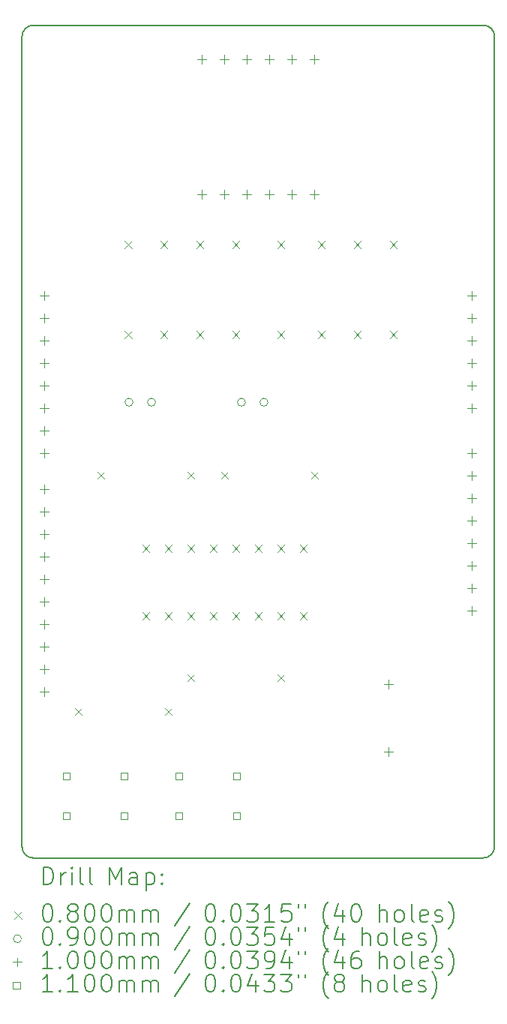
<source format=gbr>
%TF.GenerationSoftware,KiCad,Pcbnew,(7.0.0-0)*%
%TF.CreationDate,2023-04-13T00:16:08-06:00*%
%TF.ProjectId,Phase A - PCB,50686173-6520-4412-902d-205043422e6b,rev?*%
%TF.SameCoordinates,Original*%
%TF.FileFunction,Drillmap*%
%TF.FilePolarity,Positive*%
%FSLAX45Y45*%
G04 Gerber Fmt 4.5, Leading zero omitted, Abs format (unit mm)*
G04 Created by KiCad (PCBNEW (7.0.0-0)) date 2023-04-13 00:16:08*
%MOMM*%
%LPD*%
G01*
G04 APERTURE LIST*
%ADD10C,0.150000*%
%ADD11C,0.200000*%
%ADD12C,0.080000*%
%ADD13C,0.090000*%
%ADD14C,0.100000*%
%ADD15C,0.110000*%
G04 APERTURE END LIST*
D10*
X12214500Y-11961500D02*
G75*
G03*
X12341500Y-12088500I127000J0D01*
G01*
X12214500Y-11961500D02*
X12214500Y-2817500D01*
X17421500Y-12088500D02*
X12341500Y-12088500D01*
X17548500Y-2817500D02*
X17548500Y-11961500D01*
X12341500Y-2690500D02*
X17421500Y-2690500D01*
X12341500Y-2690500D02*
G75*
G03*
X12214500Y-2817500I0J-127000D01*
G01*
X17548500Y-2817500D02*
G75*
G03*
X17421500Y-2690500I-127000J0D01*
G01*
X17421500Y-12088500D02*
G75*
G03*
X17548500Y-11961500I0J127000D01*
G01*
D11*
D12*
X12809500Y-10397500D02*
X12889500Y-10477500D01*
X12889500Y-10397500D02*
X12809500Y-10477500D01*
X13063500Y-7730500D02*
X13143500Y-7810500D01*
X13143500Y-7730500D02*
X13063500Y-7810500D01*
X13372500Y-5127000D02*
X13452500Y-5207000D01*
X13452500Y-5127000D02*
X13372500Y-5207000D01*
X13372500Y-6143000D02*
X13452500Y-6223000D01*
X13452500Y-6143000D02*
X13372500Y-6223000D01*
X13570500Y-8555000D02*
X13650500Y-8635000D01*
X13650500Y-8555000D02*
X13570500Y-8635000D01*
X13570500Y-9317000D02*
X13650500Y-9397000D01*
X13650500Y-9317000D02*
X13570500Y-9397000D01*
X13777500Y-5127000D02*
X13857500Y-5207000D01*
X13857500Y-5127000D02*
X13777500Y-5207000D01*
X13777500Y-6143000D02*
X13857500Y-6223000D01*
X13857500Y-6143000D02*
X13777500Y-6223000D01*
X13824500Y-8555000D02*
X13904500Y-8635000D01*
X13904500Y-8555000D02*
X13824500Y-8635000D01*
X13824500Y-9317000D02*
X13904500Y-9397000D01*
X13904500Y-9317000D02*
X13824500Y-9397000D01*
X13825500Y-10397500D02*
X13905500Y-10477500D01*
X13905500Y-10397500D02*
X13825500Y-10477500D01*
X14078500Y-8555000D02*
X14158500Y-8635000D01*
X14158500Y-8555000D02*
X14078500Y-8635000D01*
X14078500Y-9317000D02*
X14158500Y-9397000D01*
X14158500Y-9317000D02*
X14078500Y-9397000D01*
X14079500Y-7730500D02*
X14159500Y-7810500D01*
X14159500Y-7730500D02*
X14079500Y-7810500D01*
X14079500Y-10016500D02*
X14159500Y-10096500D01*
X14159500Y-10016500D02*
X14079500Y-10096500D01*
X14182500Y-5127000D02*
X14262500Y-5207000D01*
X14262500Y-5127000D02*
X14182500Y-5207000D01*
X14182500Y-6143000D02*
X14262500Y-6223000D01*
X14262500Y-6143000D02*
X14182500Y-6223000D01*
X14332500Y-8555000D02*
X14412500Y-8635000D01*
X14412500Y-8555000D02*
X14332500Y-8635000D01*
X14332500Y-9317000D02*
X14412500Y-9397000D01*
X14412500Y-9317000D02*
X14332500Y-9397000D01*
X14460500Y-7730500D02*
X14540500Y-7810500D01*
X14540500Y-7730500D02*
X14460500Y-7810500D01*
X14586500Y-8555000D02*
X14666500Y-8635000D01*
X14666500Y-8555000D02*
X14586500Y-8635000D01*
X14586500Y-9317000D02*
X14666500Y-9397000D01*
X14666500Y-9317000D02*
X14586500Y-9397000D01*
X14587500Y-5127000D02*
X14667500Y-5207000D01*
X14667500Y-5127000D02*
X14587500Y-5207000D01*
X14587500Y-6143000D02*
X14667500Y-6223000D01*
X14667500Y-6143000D02*
X14587500Y-6223000D01*
X14840500Y-8555000D02*
X14920500Y-8635000D01*
X14920500Y-8555000D02*
X14840500Y-8635000D01*
X14840500Y-9317000D02*
X14920500Y-9397000D01*
X14920500Y-9317000D02*
X14840500Y-9397000D01*
X15094500Y-8555000D02*
X15174500Y-8635000D01*
X15174500Y-8555000D02*
X15094500Y-8635000D01*
X15094500Y-9317000D02*
X15174500Y-9397000D01*
X15174500Y-9317000D02*
X15094500Y-9397000D01*
X15095500Y-5127000D02*
X15175500Y-5207000D01*
X15175500Y-5127000D02*
X15095500Y-5207000D01*
X15095500Y-6143000D02*
X15175500Y-6223000D01*
X15175500Y-6143000D02*
X15095500Y-6223000D01*
X15095500Y-10016500D02*
X15175500Y-10096500D01*
X15175500Y-10016500D02*
X15095500Y-10096500D01*
X15348500Y-8555000D02*
X15428500Y-8635000D01*
X15428500Y-8555000D02*
X15348500Y-8635000D01*
X15348500Y-9317000D02*
X15428500Y-9397000D01*
X15428500Y-9317000D02*
X15348500Y-9397000D01*
X15476500Y-7730500D02*
X15556500Y-7810500D01*
X15556500Y-7730500D02*
X15476500Y-7810500D01*
X15555500Y-5127000D02*
X15635500Y-5207000D01*
X15635500Y-5127000D02*
X15555500Y-5207000D01*
X15555500Y-6143000D02*
X15635500Y-6223000D01*
X15635500Y-6143000D02*
X15555500Y-6223000D01*
X15960500Y-5127000D02*
X16040500Y-5207000D01*
X16040500Y-5127000D02*
X15960500Y-5207000D01*
X15960500Y-6143000D02*
X16040500Y-6223000D01*
X16040500Y-6143000D02*
X15960500Y-6223000D01*
X16365500Y-5127000D02*
X16445500Y-5207000D01*
X16445500Y-5127000D02*
X16365500Y-5207000D01*
X16365500Y-6143000D02*
X16445500Y-6223000D01*
X16445500Y-6143000D02*
X16365500Y-6223000D01*
D13*
X13466500Y-6945000D02*
G75*
G03*
X13466500Y-6945000I-45000J0D01*
G01*
X13720500Y-6945000D02*
G75*
G03*
X13720500Y-6945000I-45000J0D01*
G01*
X14736000Y-6945000D02*
G75*
G03*
X14736000Y-6945000I-45000J0D01*
G01*
X14990000Y-6945000D02*
G75*
G03*
X14990000Y-6945000I-45000J0D01*
G01*
D14*
X12468500Y-5688500D02*
X12468500Y-5788500D01*
X12418500Y-5738500D02*
X12518500Y-5738500D01*
X12468500Y-5942500D02*
X12468500Y-6042500D01*
X12418500Y-5992500D02*
X12518500Y-5992500D01*
X12468500Y-6196500D02*
X12468500Y-6296500D01*
X12418500Y-6246500D02*
X12518500Y-6246500D01*
X12468500Y-6450500D02*
X12468500Y-6550500D01*
X12418500Y-6500500D02*
X12518500Y-6500500D01*
X12468500Y-6704500D02*
X12468500Y-6804500D01*
X12418500Y-6754500D02*
X12518500Y-6754500D01*
X12468500Y-6958500D02*
X12468500Y-7058500D01*
X12418500Y-7008500D02*
X12518500Y-7008500D01*
X12468500Y-7212500D02*
X12468500Y-7312500D01*
X12418500Y-7262500D02*
X12518500Y-7262500D01*
X12468500Y-7466500D02*
X12468500Y-7566500D01*
X12418500Y-7516500D02*
X12518500Y-7516500D01*
X12468500Y-7872900D02*
X12468500Y-7972900D01*
X12418500Y-7922900D02*
X12518500Y-7922900D01*
X12468500Y-8126900D02*
X12468500Y-8226900D01*
X12418500Y-8176900D02*
X12518500Y-8176900D01*
X12468500Y-8380900D02*
X12468500Y-8480900D01*
X12418500Y-8430900D02*
X12518500Y-8430900D01*
X12468500Y-8634900D02*
X12468500Y-8734900D01*
X12418500Y-8684900D02*
X12518500Y-8684900D01*
X12468500Y-8888900D02*
X12468500Y-8988900D01*
X12418500Y-8938900D02*
X12518500Y-8938900D01*
X12468500Y-9142900D02*
X12468500Y-9242900D01*
X12418500Y-9192900D02*
X12518500Y-9192900D01*
X12468500Y-9396900D02*
X12468500Y-9496900D01*
X12418500Y-9446900D02*
X12518500Y-9446900D01*
X12468500Y-9650900D02*
X12468500Y-9750900D01*
X12418500Y-9700900D02*
X12518500Y-9700900D01*
X12468500Y-9904900D02*
X12468500Y-10004900D01*
X12418500Y-9954900D02*
X12518500Y-9954900D01*
X12468500Y-10158900D02*
X12468500Y-10258900D01*
X12418500Y-10208900D02*
X12518500Y-10208900D01*
X14246500Y-3021500D02*
X14246500Y-3121500D01*
X14196500Y-3071500D02*
X14296500Y-3071500D01*
X14246500Y-4545500D02*
X14246500Y-4645500D01*
X14196500Y-4595500D02*
X14296500Y-4595500D01*
X14500500Y-3021500D02*
X14500500Y-3121500D01*
X14450500Y-3071500D02*
X14550500Y-3071500D01*
X14500500Y-4545500D02*
X14500500Y-4645500D01*
X14450500Y-4595500D02*
X14550500Y-4595500D01*
X14754500Y-3021500D02*
X14754500Y-3121500D01*
X14704500Y-3071500D02*
X14804500Y-3071500D01*
X14754500Y-4545500D02*
X14754500Y-4645500D01*
X14704500Y-4595500D02*
X14804500Y-4595500D01*
X15008500Y-3021500D02*
X15008500Y-3121500D01*
X14958500Y-3071500D02*
X15058500Y-3071500D01*
X15008500Y-4545500D02*
X15008500Y-4645500D01*
X14958500Y-4595500D02*
X15058500Y-4595500D01*
X15262500Y-3021500D02*
X15262500Y-3121500D01*
X15212500Y-3071500D02*
X15312500Y-3071500D01*
X15262500Y-4545500D02*
X15262500Y-4645500D01*
X15212500Y-4595500D02*
X15312500Y-4595500D01*
X15516500Y-3021500D02*
X15516500Y-3121500D01*
X15466500Y-3071500D02*
X15566500Y-3071500D01*
X15516500Y-4545500D02*
X15516500Y-4645500D01*
X15466500Y-4595500D02*
X15566500Y-4595500D01*
X16350000Y-10078000D02*
X16350000Y-10178000D01*
X16300000Y-10128000D02*
X16400000Y-10128000D01*
X16350000Y-10838000D02*
X16350000Y-10938000D01*
X16300000Y-10888000D02*
X16400000Y-10888000D01*
X17294500Y-5688500D02*
X17294500Y-5788500D01*
X17244500Y-5738500D02*
X17344500Y-5738500D01*
X17294500Y-5942500D02*
X17294500Y-6042500D01*
X17244500Y-5992500D02*
X17344500Y-5992500D01*
X17294500Y-6196500D02*
X17294500Y-6296500D01*
X17244500Y-6246500D02*
X17344500Y-6246500D01*
X17294500Y-6450500D02*
X17294500Y-6550500D01*
X17244500Y-6500500D02*
X17344500Y-6500500D01*
X17294500Y-6704500D02*
X17294500Y-6804500D01*
X17244500Y-6754500D02*
X17344500Y-6754500D01*
X17294500Y-6958500D02*
X17294500Y-7058500D01*
X17244500Y-7008500D02*
X17344500Y-7008500D01*
X17294500Y-7466500D02*
X17294500Y-7566500D01*
X17244500Y-7516500D02*
X17344500Y-7516500D01*
X17294500Y-7720500D02*
X17294500Y-7820500D01*
X17244500Y-7770500D02*
X17344500Y-7770500D01*
X17294500Y-7974500D02*
X17294500Y-8074500D01*
X17244500Y-8024500D02*
X17344500Y-8024500D01*
X17294500Y-8228500D02*
X17294500Y-8328500D01*
X17244500Y-8278500D02*
X17344500Y-8278500D01*
X17294500Y-8482500D02*
X17294500Y-8582500D01*
X17244500Y-8532500D02*
X17344500Y-8532500D01*
X17294500Y-8736500D02*
X17294500Y-8836500D01*
X17244500Y-8786500D02*
X17344500Y-8786500D01*
X17294500Y-8990500D02*
X17294500Y-9090500D01*
X17244500Y-9040500D02*
X17344500Y-9040500D01*
X17294500Y-9244500D02*
X17294500Y-9344500D01*
X17244500Y-9294500D02*
X17344500Y-9294500D01*
D15*
X12753891Y-11203891D02*
X12753891Y-11126109D01*
X12676109Y-11126109D01*
X12676109Y-11203891D01*
X12753891Y-11203891D01*
X12753891Y-11653891D02*
X12753891Y-11576109D01*
X12676109Y-11576109D01*
X12676109Y-11653891D01*
X12753891Y-11653891D01*
X13403891Y-11203891D02*
X13403891Y-11126109D01*
X13326109Y-11126109D01*
X13326109Y-11203891D01*
X13403891Y-11203891D01*
X13403891Y-11653891D02*
X13403891Y-11576109D01*
X13326109Y-11576109D01*
X13326109Y-11653891D01*
X13403891Y-11653891D01*
X14023891Y-11203891D02*
X14023891Y-11126109D01*
X13946109Y-11126109D01*
X13946109Y-11203891D01*
X14023891Y-11203891D01*
X14023891Y-11653891D02*
X14023891Y-11576109D01*
X13946109Y-11576109D01*
X13946109Y-11653891D01*
X14023891Y-11653891D01*
X14673891Y-11203891D02*
X14673891Y-11126109D01*
X14596109Y-11126109D01*
X14596109Y-11203891D01*
X14673891Y-11203891D01*
X14673891Y-11653891D02*
X14673891Y-11576109D01*
X14596109Y-11576109D01*
X14596109Y-11653891D01*
X14673891Y-11653891D01*
D11*
X12454619Y-12389476D02*
X12454619Y-12189476D01*
X12454619Y-12189476D02*
X12502238Y-12189476D01*
X12502238Y-12189476D02*
X12530809Y-12199000D01*
X12530809Y-12199000D02*
X12549857Y-12218048D01*
X12549857Y-12218048D02*
X12559381Y-12237095D01*
X12559381Y-12237095D02*
X12568905Y-12275190D01*
X12568905Y-12275190D02*
X12568905Y-12303762D01*
X12568905Y-12303762D02*
X12559381Y-12341857D01*
X12559381Y-12341857D02*
X12549857Y-12360905D01*
X12549857Y-12360905D02*
X12530809Y-12379952D01*
X12530809Y-12379952D02*
X12502238Y-12389476D01*
X12502238Y-12389476D02*
X12454619Y-12389476D01*
X12654619Y-12389476D02*
X12654619Y-12256143D01*
X12654619Y-12294238D02*
X12664143Y-12275190D01*
X12664143Y-12275190D02*
X12673667Y-12265667D01*
X12673667Y-12265667D02*
X12692714Y-12256143D01*
X12692714Y-12256143D02*
X12711762Y-12256143D01*
X12778428Y-12389476D02*
X12778428Y-12256143D01*
X12778428Y-12189476D02*
X12768905Y-12199000D01*
X12768905Y-12199000D02*
X12778428Y-12208524D01*
X12778428Y-12208524D02*
X12787952Y-12199000D01*
X12787952Y-12199000D02*
X12778428Y-12189476D01*
X12778428Y-12189476D02*
X12778428Y-12208524D01*
X12902238Y-12389476D02*
X12883190Y-12379952D01*
X12883190Y-12379952D02*
X12873667Y-12360905D01*
X12873667Y-12360905D02*
X12873667Y-12189476D01*
X13007000Y-12389476D02*
X12987952Y-12379952D01*
X12987952Y-12379952D02*
X12978428Y-12360905D01*
X12978428Y-12360905D02*
X12978428Y-12189476D01*
X13203190Y-12389476D02*
X13203190Y-12189476D01*
X13203190Y-12189476D02*
X13269857Y-12332333D01*
X13269857Y-12332333D02*
X13336524Y-12189476D01*
X13336524Y-12189476D02*
X13336524Y-12389476D01*
X13517476Y-12389476D02*
X13517476Y-12284714D01*
X13517476Y-12284714D02*
X13507952Y-12265667D01*
X13507952Y-12265667D02*
X13488905Y-12256143D01*
X13488905Y-12256143D02*
X13450809Y-12256143D01*
X13450809Y-12256143D02*
X13431762Y-12265667D01*
X13517476Y-12379952D02*
X13498428Y-12389476D01*
X13498428Y-12389476D02*
X13450809Y-12389476D01*
X13450809Y-12389476D02*
X13431762Y-12379952D01*
X13431762Y-12379952D02*
X13422238Y-12360905D01*
X13422238Y-12360905D02*
X13422238Y-12341857D01*
X13422238Y-12341857D02*
X13431762Y-12322809D01*
X13431762Y-12322809D02*
X13450809Y-12313286D01*
X13450809Y-12313286D02*
X13498428Y-12313286D01*
X13498428Y-12313286D02*
X13517476Y-12303762D01*
X13612714Y-12256143D02*
X13612714Y-12456143D01*
X13612714Y-12265667D02*
X13631762Y-12256143D01*
X13631762Y-12256143D02*
X13669857Y-12256143D01*
X13669857Y-12256143D02*
X13688905Y-12265667D01*
X13688905Y-12265667D02*
X13698428Y-12275190D01*
X13698428Y-12275190D02*
X13707952Y-12294238D01*
X13707952Y-12294238D02*
X13707952Y-12351381D01*
X13707952Y-12351381D02*
X13698428Y-12370428D01*
X13698428Y-12370428D02*
X13688905Y-12379952D01*
X13688905Y-12379952D02*
X13669857Y-12389476D01*
X13669857Y-12389476D02*
X13631762Y-12389476D01*
X13631762Y-12389476D02*
X13612714Y-12379952D01*
X13793667Y-12370428D02*
X13803190Y-12379952D01*
X13803190Y-12379952D02*
X13793667Y-12389476D01*
X13793667Y-12389476D02*
X13784143Y-12379952D01*
X13784143Y-12379952D02*
X13793667Y-12370428D01*
X13793667Y-12370428D02*
X13793667Y-12389476D01*
X13793667Y-12265667D02*
X13803190Y-12275190D01*
X13803190Y-12275190D02*
X13793667Y-12284714D01*
X13793667Y-12284714D02*
X13784143Y-12275190D01*
X13784143Y-12275190D02*
X13793667Y-12265667D01*
X13793667Y-12265667D02*
X13793667Y-12284714D01*
D12*
X12127000Y-12696000D02*
X12207000Y-12776000D01*
X12207000Y-12696000D02*
X12127000Y-12776000D01*
D11*
X12492714Y-12609476D02*
X12511762Y-12609476D01*
X12511762Y-12609476D02*
X12530809Y-12619000D01*
X12530809Y-12619000D02*
X12540333Y-12628524D01*
X12540333Y-12628524D02*
X12549857Y-12647571D01*
X12549857Y-12647571D02*
X12559381Y-12685667D01*
X12559381Y-12685667D02*
X12559381Y-12733286D01*
X12559381Y-12733286D02*
X12549857Y-12771381D01*
X12549857Y-12771381D02*
X12540333Y-12790428D01*
X12540333Y-12790428D02*
X12530809Y-12799952D01*
X12530809Y-12799952D02*
X12511762Y-12809476D01*
X12511762Y-12809476D02*
X12492714Y-12809476D01*
X12492714Y-12809476D02*
X12473667Y-12799952D01*
X12473667Y-12799952D02*
X12464143Y-12790428D01*
X12464143Y-12790428D02*
X12454619Y-12771381D01*
X12454619Y-12771381D02*
X12445095Y-12733286D01*
X12445095Y-12733286D02*
X12445095Y-12685667D01*
X12445095Y-12685667D02*
X12454619Y-12647571D01*
X12454619Y-12647571D02*
X12464143Y-12628524D01*
X12464143Y-12628524D02*
X12473667Y-12619000D01*
X12473667Y-12619000D02*
X12492714Y-12609476D01*
X12645095Y-12790428D02*
X12654619Y-12799952D01*
X12654619Y-12799952D02*
X12645095Y-12809476D01*
X12645095Y-12809476D02*
X12635571Y-12799952D01*
X12635571Y-12799952D02*
X12645095Y-12790428D01*
X12645095Y-12790428D02*
X12645095Y-12809476D01*
X12768905Y-12695190D02*
X12749857Y-12685667D01*
X12749857Y-12685667D02*
X12740333Y-12676143D01*
X12740333Y-12676143D02*
X12730809Y-12657095D01*
X12730809Y-12657095D02*
X12730809Y-12647571D01*
X12730809Y-12647571D02*
X12740333Y-12628524D01*
X12740333Y-12628524D02*
X12749857Y-12619000D01*
X12749857Y-12619000D02*
X12768905Y-12609476D01*
X12768905Y-12609476D02*
X12807000Y-12609476D01*
X12807000Y-12609476D02*
X12826048Y-12619000D01*
X12826048Y-12619000D02*
X12835571Y-12628524D01*
X12835571Y-12628524D02*
X12845095Y-12647571D01*
X12845095Y-12647571D02*
X12845095Y-12657095D01*
X12845095Y-12657095D02*
X12835571Y-12676143D01*
X12835571Y-12676143D02*
X12826048Y-12685667D01*
X12826048Y-12685667D02*
X12807000Y-12695190D01*
X12807000Y-12695190D02*
X12768905Y-12695190D01*
X12768905Y-12695190D02*
X12749857Y-12704714D01*
X12749857Y-12704714D02*
X12740333Y-12714238D01*
X12740333Y-12714238D02*
X12730809Y-12733286D01*
X12730809Y-12733286D02*
X12730809Y-12771381D01*
X12730809Y-12771381D02*
X12740333Y-12790428D01*
X12740333Y-12790428D02*
X12749857Y-12799952D01*
X12749857Y-12799952D02*
X12768905Y-12809476D01*
X12768905Y-12809476D02*
X12807000Y-12809476D01*
X12807000Y-12809476D02*
X12826048Y-12799952D01*
X12826048Y-12799952D02*
X12835571Y-12790428D01*
X12835571Y-12790428D02*
X12845095Y-12771381D01*
X12845095Y-12771381D02*
X12845095Y-12733286D01*
X12845095Y-12733286D02*
X12835571Y-12714238D01*
X12835571Y-12714238D02*
X12826048Y-12704714D01*
X12826048Y-12704714D02*
X12807000Y-12695190D01*
X12968905Y-12609476D02*
X12987952Y-12609476D01*
X12987952Y-12609476D02*
X13007000Y-12619000D01*
X13007000Y-12619000D02*
X13016524Y-12628524D01*
X13016524Y-12628524D02*
X13026048Y-12647571D01*
X13026048Y-12647571D02*
X13035571Y-12685667D01*
X13035571Y-12685667D02*
X13035571Y-12733286D01*
X13035571Y-12733286D02*
X13026048Y-12771381D01*
X13026048Y-12771381D02*
X13016524Y-12790428D01*
X13016524Y-12790428D02*
X13007000Y-12799952D01*
X13007000Y-12799952D02*
X12987952Y-12809476D01*
X12987952Y-12809476D02*
X12968905Y-12809476D01*
X12968905Y-12809476D02*
X12949857Y-12799952D01*
X12949857Y-12799952D02*
X12940333Y-12790428D01*
X12940333Y-12790428D02*
X12930809Y-12771381D01*
X12930809Y-12771381D02*
X12921286Y-12733286D01*
X12921286Y-12733286D02*
X12921286Y-12685667D01*
X12921286Y-12685667D02*
X12930809Y-12647571D01*
X12930809Y-12647571D02*
X12940333Y-12628524D01*
X12940333Y-12628524D02*
X12949857Y-12619000D01*
X12949857Y-12619000D02*
X12968905Y-12609476D01*
X13159381Y-12609476D02*
X13178429Y-12609476D01*
X13178429Y-12609476D02*
X13197476Y-12619000D01*
X13197476Y-12619000D02*
X13207000Y-12628524D01*
X13207000Y-12628524D02*
X13216524Y-12647571D01*
X13216524Y-12647571D02*
X13226048Y-12685667D01*
X13226048Y-12685667D02*
X13226048Y-12733286D01*
X13226048Y-12733286D02*
X13216524Y-12771381D01*
X13216524Y-12771381D02*
X13207000Y-12790428D01*
X13207000Y-12790428D02*
X13197476Y-12799952D01*
X13197476Y-12799952D02*
X13178429Y-12809476D01*
X13178429Y-12809476D02*
X13159381Y-12809476D01*
X13159381Y-12809476D02*
X13140333Y-12799952D01*
X13140333Y-12799952D02*
X13130809Y-12790428D01*
X13130809Y-12790428D02*
X13121286Y-12771381D01*
X13121286Y-12771381D02*
X13111762Y-12733286D01*
X13111762Y-12733286D02*
X13111762Y-12685667D01*
X13111762Y-12685667D02*
X13121286Y-12647571D01*
X13121286Y-12647571D02*
X13130809Y-12628524D01*
X13130809Y-12628524D02*
X13140333Y-12619000D01*
X13140333Y-12619000D02*
X13159381Y-12609476D01*
X13311762Y-12809476D02*
X13311762Y-12676143D01*
X13311762Y-12695190D02*
X13321286Y-12685667D01*
X13321286Y-12685667D02*
X13340333Y-12676143D01*
X13340333Y-12676143D02*
X13368905Y-12676143D01*
X13368905Y-12676143D02*
X13387952Y-12685667D01*
X13387952Y-12685667D02*
X13397476Y-12704714D01*
X13397476Y-12704714D02*
X13397476Y-12809476D01*
X13397476Y-12704714D02*
X13407000Y-12685667D01*
X13407000Y-12685667D02*
X13426048Y-12676143D01*
X13426048Y-12676143D02*
X13454619Y-12676143D01*
X13454619Y-12676143D02*
X13473667Y-12685667D01*
X13473667Y-12685667D02*
X13483190Y-12704714D01*
X13483190Y-12704714D02*
X13483190Y-12809476D01*
X13578429Y-12809476D02*
X13578429Y-12676143D01*
X13578429Y-12695190D02*
X13587952Y-12685667D01*
X13587952Y-12685667D02*
X13607000Y-12676143D01*
X13607000Y-12676143D02*
X13635571Y-12676143D01*
X13635571Y-12676143D02*
X13654619Y-12685667D01*
X13654619Y-12685667D02*
X13664143Y-12704714D01*
X13664143Y-12704714D02*
X13664143Y-12809476D01*
X13664143Y-12704714D02*
X13673667Y-12685667D01*
X13673667Y-12685667D02*
X13692714Y-12676143D01*
X13692714Y-12676143D02*
X13721286Y-12676143D01*
X13721286Y-12676143D02*
X13740333Y-12685667D01*
X13740333Y-12685667D02*
X13749857Y-12704714D01*
X13749857Y-12704714D02*
X13749857Y-12809476D01*
X14107952Y-12599952D02*
X13936524Y-12857095D01*
X14332714Y-12609476D02*
X14351762Y-12609476D01*
X14351762Y-12609476D02*
X14370810Y-12619000D01*
X14370810Y-12619000D02*
X14380333Y-12628524D01*
X14380333Y-12628524D02*
X14389857Y-12647571D01*
X14389857Y-12647571D02*
X14399381Y-12685667D01*
X14399381Y-12685667D02*
X14399381Y-12733286D01*
X14399381Y-12733286D02*
X14389857Y-12771381D01*
X14389857Y-12771381D02*
X14380333Y-12790428D01*
X14380333Y-12790428D02*
X14370810Y-12799952D01*
X14370810Y-12799952D02*
X14351762Y-12809476D01*
X14351762Y-12809476D02*
X14332714Y-12809476D01*
X14332714Y-12809476D02*
X14313667Y-12799952D01*
X14313667Y-12799952D02*
X14304143Y-12790428D01*
X14304143Y-12790428D02*
X14294619Y-12771381D01*
X14294619Y-12771381D02*
X14285095Y-12733286D01*
X14285095Y-12733286D02*
X14285095Y-12685667D01*
X14285095Y-12685667D02*
X14294619Y-12647571D01*
X14294619Y-12647571D02*
X14304143Y-12628524D01*
X14304143Y-12628524D02*
X14313667Y-12619000D01*
X14313667Y-12619000D02*
X14332714Y-12609476D01*
X14485095Y-12790428D02*
X14494619Y-12799952D01*
X14494619Y-12799952D02*
X14485095Y-12809476D01*
X14485095Y-12809476D02*
X14475571Y-12799952D01*
X14475571Y-12799952D02*
X14485095Y-12790428D01*
X14485095Y-12790428D02*
X14485095Y-12809476D01*
X14618429Y-12609476D02*
X14637476Y-12609476D01*
X14637476Y-12609476D02*
X14656524Y-12619000D01*
X14656524Y-12619000D02*
X14666048Y-12628524D01*
X14666048Y-12628524D02*
X14675571Y-12647571D01*
X14675571Y-12647571D02*
X14685095Y-12685667D01*
X14685095Y-12685667D02*
X14685095Y-12733286D01*
X14685095Y-12733286D02*
X14675571Y-12771381D01*
X14675571Y-12771381D02*
X14666048Y-12790428D01*
X14666048Y-12790428D02*
X14656524Y-12799952D01*
X14656524Y-12799952D02*
X14637476Y-12809476D01*
X14637476Y-12809476D02*
X14618429Y-12809476D01*
X14618429Y-12809476D02*
X14599381Y-12799952D01*
X14599381Y-12799952D02*
X14589857Y-12790428D01*
X14589857Y-12790428D02*
X14580333Y-12771381D01*
X14580333Y-12771381D02*
X14570810Y-12733286D01*
X14570810Y-12733286D02*
X14570810Y-12685667D01*
X14570810Y-12685667D02*
X14580333Y-12647571D01*
X14580333Y-12647571D02*
X14589857Y-12628524D01*
X14589857Y-12628524D02*
X14599381Y-12619000D01*
X14599381Y-12619000D02*
X14618429Y-12609476D01*
X14751762Y-12609476D02*
X14875571Y-12609476D01*
X14875571Y-12609476D02*
X14808905Y-12685667D01*
X14808905Y-12685667D02*
X14837476Y-12685667D01*
X14837476Y-12685667D02*
X14856524Y-12695190D01*
X14856524Y-12695190D02*
X14866048Y-12704714D01*
X14866048Y-12704714D02*
X14875571Y-12723762D01*
X14875571Y-12723762D02*
X14875571Y-12771381D01*
X14875571Y-12771381D02*
X14866048Y-12790428D01*
X14866048Y-12790428D02*
X14856524Y-12799952D01*
X14856524Y-12799952D02*
X14837476Y-12809476D01*
X14837476Y-12809476D02*
X14780333Y-12809476D01*
X14780333Y-12809476D02*
X14761286Y-12799952D01*
X14761286Y-12799952D02*
X14751762Y-12790428D01*
X15066048Y-12809476D02*
X14951762Y-12809476D01*
X15008905Y-12809476D02*
X15008905Y-12609476D01*
X15008905Y-12609476D02*
X14989857Y-12638048D01*
X14989857Y-12638048D02*
X14970810Y-12657095D01*
X14970810Y-12657095D02*
X14951762Y-12666619D01*
X15247000Y-12609476D02*
X15151762Y-12609476D01*
X15151762Y-12609476D02*
X15142238Y-12704714D01*
X15142238Y-12704714D02*
X15151762Y-12695190D01*
X15151762Y-12695190D02*
X15170810Y-12685667D01*
X15170810Y-12685667D02*
X15218429Y-12685667D01*
X15218429Y-12685667D02*
X15237476Y-12695190D01*
X15237476Y-12695190D02*
X15247000Y-12704714D01*
X15247000Y-12704714D02*
X15256524Y-12723762D01*
X15256524Y-12723762D02*
X15256524Y-12771381D01*
X15256524Y-12771381D02*
X15247000Y-12790428D01*
X15247000Y-12790428D02*
X15237476Y-12799952D01*
X15237476Y-12799952D02*
X15218429Y-12809476D01*
X15218429Y-12809476D02*
X15170810Y-12809476D01*
X15170810Y-12809476D02*
X15151762Y-12799952D01*
X15151762Y-12799952D02*
X15142238Y-12790428D01*
X15332714Y-12609476D02*
X15332714Y-12647571D01*
X15408905Y-12609476D02*
X15408905Y-12647571D01*
X15671762Y-12885667D02*
X15662238Y-12876143D01*
X15662238Y-12876143D02*
X15643191Y-12847571D01*
X15643191Y-12847571D02*
X15633667Y-12828524D01*
X15633667Y-12828524D02*
X15624143Y-12799952D01*
X15624143Y-12799952D02*
X15614619Y-12752333D01*
X15614619Y-12752333D02*
X15614619Y-12714238D01*
X15614619Y-12714238D02*
X15624143Y-12666619D01*
X15624143Y-12666619D02*
X15633667Y-12638048D01*
X15633667Y-12638048D02*
X15643191Y-12619000D01*
X15643191Y-12619000D02*
X15662238Y-12590428D01*
X15662238Y-12590428D02*
X15671762Y-12580905D01*
X15833667Y-12676143D02*
X15833667Y-12809476D01*
X15786048Y-12599952D02*
X15738429Y-12742809D01*
X15738429Y-12742809D02*
X15862238Y-12742809D01*
X15976524Y-12609476D02*
X15995572Y-12609476D01*
X15995572Y-12609476D02*
X16014619Y-12619000D01*
X16014619Y-12619000D02*
X16024143Y-12628524D01*
X16024143Y-12628524D02*
X16033667Y-12647571D01*
X16033667Y-12647571D02*
X16043191Y-12685667D01*
X16043191Y-12685667D02*
X16043191Y-12733286D01*
X16043191Y-12733286D02*
X16033667Y-12771381D01*
X16033667Y-12771381D02*
X16024143Y-12790428D01*
X16024143Y-12790428D02*
X16014619Y-12799952D01*
X16014619Y-12799952D02*
X15995572Y-12809476D01*
X15995572Y-12809476D02*
X15976524Y-12809476D01*
X15976524Y-12809476D02*
X15957476Y-12799952D01*
X15957476Y-12799952D02*
X15947952Y-12790428D01*
X15947952Y-12790428D02*
X15938429Y-12771381D01*
X15938429Y-12771381D02*
X15928905Y-12733286D01*
X15928905Y-12733286D02*
X15928905Y-12685667D01*
X15928905Y-12685667D02*
X15938429Y-12647571D01*
X15938429Y-12647571D02*
X15947952Y-12628524D01*
X15947952Y-12628524D02*
X15957476Y-12619000D01*
X15957476Y-12619000D02*
X15976524Y-12609476D01*
X16248905Y-12809476D02*
X16248905Y-12609476D01*
X16334619Y-12809476D02*
X16334619Y-12704714D01*
X16334619Y-12704714D02*
X16325095Y-12685667D01*
X16325095Y-12685667D02*
X16306048Y-12676143D01*
X16306048Y-12676143D02*
X16277476Y-12676143D01*
X16277476Y-12676143D02*
X16258429Y-12685667D01*
X16258429Y-12685667D02*
X16248905Y-12695190D01*
X16458429Y-12809476D02*
X16439381Y-12799952D01*
X16439381Y-12799952D02*
X16429857Y-12790428D01*
X16429857Y-12790428D02*
X16420333Y-12771381D01*
X16420333Y-12771381D02*
X16420333Y-12714238D01*
X16420333Y-12714238D02*
X16429857Y-12695190D01*
X16429857Y-12695190D02*
X16439381Y-12685667D01*
X16439381Y-12685667D02*
X16458429Y-12676143D01*
X16458429Y-12676143D02*
X16487000Y-12676143D01*
X16487000Y-12676143D02*
X16506048Y-12685667D01*
X16506048Y-12685667D02*
X16515572Y-12695190D01*
X16515572Y-12695190D02*
X16525095Y-12714238D01*
X16525095Y-12714238D02*
X16525095Y-12771381D01*
X16525095Y-12771381D02*
X16515572Y-12790428D01*
X16515572Y-12790428D02*
X16506048Y-12799952D01*
X16506048Y-12799952D02*
X16487000Y-12809476D01*
X16487000Y-12809476D02*
X16458429Y-12809476D01*
X16639381Y-12809476D02*
X16620333Y-12799952D01*
X16620333Y-12799952D02*
X16610810Y-12780905D01*
X16610810Y-12780905D02*
X16610810Y-12609476D01*
X16791762Y-12799952D02*
X16772714Y-12809476D01*
X16772714Y-12809476D02*
X16734619Y-12809476D01*
X16734619Y-12809476D02*
X16715572Y-12799952D01*
X16715572Y-12799952D02*
X16706048Y-12780905D01*
X16706048Y-12780905D02*
X16706048Y-12704714D01*
X16706048Y-12704714D02*
X16715572Y-12685667D01*
X16715572Y-12685667D02*
X16734619Y-12676143D01*
X16734619Y-12676143D02*
X16772714Y-12676143D01*
X16772714Y-12676143D02*
X16791762Y-12685667D01*
X16791762Y-12685667D02*
X16801286Y-12704714D01*
X16801286Y-12704714D02*
X16801286Y-12723762D01*
X16801286Y-12723762D02*
X16706048Y-12742809D01*
X16877476Y-12799952D02*
X16896524Y-12809476D01*
X16896524Y-12809476D02*
X16934619Y-12809476D01*
X16934619Y-12809476D02*
X16953667Y-12799952D01*
X16953667Y-12799952D02*
X16963191Y-12780905D01*
X16963191Y-12780905D02*
X16963191Y-12771381D01*
X16963191Y-12771381D02*
X16953667Y-12752333D01*
X16953667Y-12752333D02*
X16934619Y-12742809D01*
X16934619Y-12742809D02*
X16906048Y-12742809D01*
X16906048Y-12742809D02*
X16887000Y-12733286D01*
X16887000Y-12733286D02*
X16877476Y-12714238D01*
X16877476Y-12714238D02*
X16877476Y-12704714D01*
X16877476Y-12704714D02*
X16887000Y-12685667D01*
X16887000Y-12685667D02*
X16906048Y-12676143D01*
X16906048Y-12676143D02*
X16934619Y-12676143D01*
X16934619Y-12676143D02*
X16953667Y-12685667D01*
X17029857Y-12885667D02*
X17039381Y-12876143D01*
X17039381Y-12876143D02*
X17058429Y-12847571D01*
X17058429Y-12847571D02*
X17067953Y-12828524D01*
X17067953Y-12828524D02*
X17077476Y-12799952D01*
X17077476Y-12799952D02*
X17087000Y-12752333D01*
X17087000Y-12752333D02*
X17087000Y-12714238D01*
X17087000Y-12714238D02*
X17077476Y-12666619D01*
X17077476Y-12666619D02*
X17067953Y-12638048D01*
X17067953Y-12638048D02*
X17058429Y-12619000D01*
X17058429Y-12619000D02*
X17039381Y-12590428D01*
X17039381Y-12590428D02*
X17029857Y-12580905D01*
D13*
X12207000Y-13000000D02*
G75*
G03*
X12207000Y-13000000I-45000J0D01*
G01*
D11*
X12492714Y-12873476D02*
X12511762Y-12873476D01*
X12511762Y-12873476D02*
X12530809Y-12883000D01*
X12530809Y-12883000D02*
X12540333Y-12892524D01*
X12540333Y-12892524D02*
X12549857Y-12911571D01*
X12549857Y-12911571D02*
X12559381Y-12949667D01*
X12559381Y-12949667D02*
X12559381Y-12997286D01*
X12559381Y-12997286D02*
X12549857Y-13035381D01*
X12549857Y-13035381D02*
X12540333Y-13054428D01*
X12540333Y-13054428D02*
X12530809Y-13063952D01*
X12530809Y-13063952D02*
X12511762Y-13073476D01*
X12511762Y-13073476D02*
X12492714Y-13073476D01*
X12492714Y-13073476D02*
X12473667Y-13063952D01*
X12473667Y-13063952D02*
X12464143Y-13054428D01*
X12464143Y-13054428D02*
X12454619Y-13035381D01*
X12454619Y-13035381D02*
X12445095Y-12997286D01*
X12445095Y-12997286D02*
X12445095Y-12949667D01*
X12445095Y-12949667D02*
X12454619Y-12911571D01*
X12454619Y-12911571D02*
X12464143Y-12892524D01*
X12464143Y-12892524D02*
X12473667Y-12883000D01*
X12473667Y-12883000D02*
X12492714Y-12873476D01*
X12645095Y-13054428D02*
X12654619Y-13063952D01*
X12654619Y-13063952D02*
X12645095Y-13073476D01*
X12645095Y-13073476D02*
X12635571Y-13063952D01*
X12635571Y-13063952D02*
X12645095Y-13054428D01*
X12645095Y-13054428D02*
X12645095Y-13073476D01*
X12749857Y-13073476D02*
X12787952Y-13073476D01*
X12787952Y-13073476D02*
X12807000Y-13063952D01*
X12807000Y-13063952D02*
X12816524Y-13054428D01*
X12816524Y-13054428D02*
X12835571Y-13025857D01*
X12835571Y-13025857D02*
X12845095Y-12987762D01*
X12845095Y-12987762D02*
X12845095Y-12911571D01*
X12845095Y-12911571D02*
X12835571Y-12892524D01*
X12835571Y-12892524D02*
X12826048Y-12883000D01*
X12826048Y-12883000D02*
X12807000Y-12873476D01*
X12807000Y-12873476D02*
X12768905Y-12873476D01*
X12768905Y-12873476D02*
X12749857Y-12883000D01*
X12749857Y-12883000D02*
X12740333Y-12892524D01*
X12740333Y-12892524D02*
X12730809Y-12911571D01*
X12730809Y-12911571D02*
X12730809Y-12959190D01*
X12730809Y-12959190D02*
X12740333Y-12978238D01*
X12740333Y-12978238D02*
X12749857Y-12987762D01*
X12749857Y-12987762D02*
X12768905Y-12997286D01*
X12768905Y-12997286D02*
X12807000Y-12997286D01*
X12807000Y-12997286D02*
X12826048Y-12987762D01*
X12826048Y-12987762D02*
X12835571Y-12978238D01*
X12835571Y-12978238D02*
X12845095Y-12959190D01*
X12968905Y-12873476D02*
X12987952Y-12873476D01*
X12987952Y-12873476D02*
X13007000Y-12883000D01*
X13007000Y-12883000D02*
X13016524Y-12892524D01*
X13016524Y-12892524D02*
X13026048Y-12911571D01*
X13026048Y-12911571D02*
X13035571Y-12949667D01*
X13035571Y-12949667D02*
X13035571Y-12997286D01*
X13035571Y-12997286D02*
X13026048Y-13035381D01*
X13026048Y-13035381D02*
X13016524Y-13054428D01*
X13016524Y-13054428D02*
X13007000Y-13063952D01*
X13007000Y-13063952D02*
X12987952Y-13073476D01*
X12987952Y-13073476D02*
X12968905Y-13073476D01*
X12968905Y-13073476D02*
X12949857Y-13063952D01*
X12949857Y-13063952D02*
X12940333Y-13054428D01*
X12940333Y-13054428D02*
X12930809Y-13035381D01*
X12930809Y-13035381D02*
X12921286Y-12997286D01*
X12921286Y-12997286D02*
X12921286Y-12949667D01*
X12921286Y-12949667D02*
X12930809Y-12911571D01*
X12930809Y-12911571D02*
X12940333Y-12892524D01*
X12940333Y-12892524D02*
X12949857Y-12883000D01*
X12949857Y-12883000D02*
X12968905Y-12873476D01*
X13159381Y-12873476D02*
X13178429Y-12873476D01*
X13178429Y-12873476D02*
X13197476Y-12883000D01*
X13197476Y-12883000D02*
X13207000Y-12892524D01*
X13207000Y-12892524D02*
X13216524Y-12911571D01*
X13216524Y-12911571D02*
X13226048Y-12949667D01*
X13226048Y-12949667D02*
X13226048Y-12997286D01*
X13226048Y-12997286D02*
X13216524Y-13035381D01*
X13216524Y-13035381D02*
X13207000Y-13054428D01*
X13207000Y-13054428D02*
X13197476Y-13063952D01*
X13197476Y-13063952D02*
X13178429Y-13073476D01*
X13178429Y-13073476D02*
X13159381Y-13073476D01*
X13159381Y-13073476D02*
X13140333Y-13063952D01*
X13140333Y-13063952D02*
X13130809Y-13054428D01*
X13130809Y-13054428D02*
X13121286Y-13035381D01*
X13121286Y-13035381D02*
X13111762Y-12997286D01*
X13111762Y-12997286D02*
X13111762Y-12949667D01*
X13111762Y-12949667D02*
X13121286Y-12911571D01*
X13121286Y-12911571D02*
X13130809Y-12892524D01*
X13130809Y-12892524D02*
X13140333Y-12883000D01*
X13140333Y-12883000D02*
X13159381Y-12873476D01*
X13311762Y-13073476D02*
X13311762Y-12940143D01*
X13311762Y-12959190D02*
X13321286Y-12949667D01*
X13321286Y-12949667D02*
X13340333Y-12940143D01*
X13340333Y-12940143D02*
X13368905Y-12940143D01*
X13368905Y-12940143D02*
X13387952Y-12949667D01*
X13387952Y-12949667D02*
X13397476Y-12968714D01*
X13397476Y-12968714D02*
X13397476Y-13073476D01*
X13397476Y-12968714D02*
X13407000Y-12949667D01*
X13407000Y-12949667D02*
X13426048Y-12940143D01*
X13426048Y-12940143D02*
X13454619Y-12940143D01*
X13454619Y-12940143D02*
X13473667Y-12949667D01*
X13473667Y-12949667D02*
X13483190Y-12968714D01*
X13483190Y-12968714D02*
X13483190Y-13073476D01*
X13578429Y-13073476D02*
X13578429Y-12940143D01*
X13578429Y-12959190D02*
X13587952Y-12949667D01*
X13587952Y-12949667D02*
X13607000Y-12940143D01*
X13607000Y-12940143D02*
X13635571Y-12940143D01*
X13635571Y-12940143D02*
X13654619Y-12949667D01*
X13654619Y-12949667D02*
X13664143Y-12968714D01*
X13664143Y-12968714D02*
X13664143Y-13073476D01*
X13664143Y-12968714D02*
X13673667Y-12949667D01*
X13673667Y-12949667D02*
X13692714Y-12940143D01*
X13692714Y-12940143D02*
X13721286Y-12940143D01*
X13721286Y-12940143D02*
X13740333Y-12949667D01*
X13740333Y-12949667D02*
X13749857Y-12968714D01*
X13749857Y-12968714D02*
X13749857Y-13073476D01*
X14107952Y-12863952D02*
X13936524Y-13121095D01*
X14332714Y-12873476D02*
X14351762Y-12873476D01*
X14351762Y-12873476D02*
X14370810Y-12883000D01*
X14370810Y-12883000D02*
X14380333Y-12892524D01*
X14380333Y-12892524D02*
X14389857Y-12911571D01*
X14389857Y-12911571D02*
X14399381Y-12949667D01*
X14399381Y-12949667D02*
X14399381Y-12997286D01*
X14399381Y-12997286D02*
X14389857Y-13035381D01*
X14389857Y-13035381D02*
X14380333Y-13054428D01*
X14380333Y-13054428D02*
X14370810Y-13063952D01*
X14370810Y-13063952D02*
X14351762Y-13073476D01*
X14351762Y-13073476D02*
X14332714Y-13073476D01*
X14332714Y-13073476D02*
X14313667Y-13063952D01*
X14313667Y-13063952D02*
X14304143Y-13054428D01*
X14304143Y-13054428D02*
X14294619Y-13035381D01*
X14294619Y-13035381D02*
X14285095Y-12997286D01*
X14285095Y-12997286D02*
X14285095Y-12949667D01*
X14285095Y-12949667D02*
X14294619Y-12911571D01*
X14294619Y-12911571D02*
X14304143Y-12892524D01*
X14304143Y-12892524D02*
X14313667Y-12883000D01*
X14313667Y-12883000D02*
X14332714Y-12873476D01*
X14485095Y-13054428D02*
X14494619Y-13063952D01*
X14494619Y-13063952D02*
X14485095Y-13073476D01*
X14485095Y-13073476D02*
X14475571Y-13063952D01*
X14475571Y-13063952D02*
X14485095Y-13054428D01*
X14485095Y-13054428D02*
X14485095Y-13073476D01*
X14618429Y-12873476D02*
X14637476Y-12873476D01*
X14637476Y-12873476D02*
X14656524Y-12883000D01*
X14656524Y-12883000D02*
X14666048Y-12892524D01*
X14666048Y-12892524D02*
X14675571Y-12911571D01*
X14675571Y-12911571D02*
X14685095Y-12949667D01*
X14685095Y-12949667D02*
X14685095Y-12997286D01*
X14685095Y-12997286D02*
X14675571Y-13035381D01*
X14675571Y-13035381D02*
X14666048Y-13054428D01*
X14666048Y-13054428D02*
X14656524Y-13063952D01*
X14656524Y-13063952D02*
X14637476Y-13073476D01*
X14637476Y-13073476D02*
X14618429Y-13073476D01*
X14618429Y-13073476D02*
X14599381Y-13063952D01*
X14599381Y-13063952D02*
X14589857Y-13054428D01*
X14589857Y-13054428D02*
X14580333Y-13035381D01*
X14580333Y-13035381D02*
X14570810Y-12997286D01*
X14570810Y-12997286D02*
X14570810Y-12949667D01*
X14570810Y-12949667D02*
X14580333Y-12911571D01*
X14580333Y-12911571D02*
X14589857Y-12892524D01*
X14589857Y-12892524D02*
X14599381Y-12883000D01*
X14599381Y-12883000D02*
X14618429Y-12873476D01*
X14751762Y-12873476D02*
X14875571Y-12873476D01*
X14875571Y-12873476D02*
X14808905Y-12949667D01*
X14808905Y-12949667D02*
X14837476Y-12949667D01*
X14837476Y-12949667D02*
X14856524Y-12959190D01*
X14856524Y-12959190D02*
X14866048Y-12968714D01*
X14866048Y-12968714D02*
X14875571Y-12987762D01*
X14875571Y-12987762D02*
X14875571Y-13035381D01*
X14875571Y-13035381D02*
X14866048Y-13054428D01*
X14866048Y-13054428D02*
X14856524Y-13063952D01*
X14856524Y-13063952D02*
X14837476Y-13073476D01*
X14837476Y-13073476D02*
X14780333Y-13073476D01*
X14780333Y-13073476D02*
X14761286Y-13063952D01*
X14761286Y-13063952D02*
X14751762Y-13054428D01*
X15056524Y-12873476D02*
X14961286Y-12873476D01*
X14961286Y-12873476D02*
X14951762Y-12968714D01*
X14951762Y-12968714D02*
X14961286Y-12959190D01*
X14961286Y-12959190D02*
X14980333Y-12949667D01*
X14980333Y-12949667D02*
X15027952Y-12949667D01*
X15027952Y-12949667D02*
X15047000Y-12959190D01*
X15047000Y-12959190D02*
X15056524Y-12968714D01*
X15056524Y-12968714D02*
X15066048Y-12987762D01*
X15066048Y-12987762D02*
X15066048Y-13035381D01*
X15066048Y-13035381D02*
X15056524Y-13054428D01*
X15056524Y-13054428D02*
X15047000Y-13063952D01*
X15047000Y-13063952D02*
X15027952Y-13073476D01*
X15027952Y-13073476D02*
X14980333Y-13073476D01*
X14980333Y-13073476D02*
X14961286Y-13063952D01*
X14961286Y-13063952D02*
X14951762Y-13054428D01*
X15237476Y-12940143D02*
X15237476Y-13073476D01*
X15189857Y-12863952D02*
X15142238Y-13006809D01*
X15142238Y-13006809D02*
X15266048Y-13006809D01*
X15332714Y-12873476D02*
X15332714Y-12911571D01*
X15408905Y-12873476D02*
X15408905Y-12911571D01*
X15671762Y-13149667D02*
X15662238Y-13140143D01*
X15662238Y-13140143D02*
X15643191Y-13111571D01*
X15643191Y-13111571D02*
X15633667Y-13092524D01*
X15633667Y-13092524D02*
X15624143Y-13063952D01*
X15624143Y-13063952D02*
X15614619Y-13016333D01*
X15614619Y-13016333D02*
X15614619Y-12978238D01*
X15614619Y-12978238D02*
X15624143Y-12930619D01*
X15624143Y-12930619D02*
X15633667Y-12902048D01*
X15633667Y-12902048D02*
X15643191Y-12883000D01*
X15643191Y-12883000D02*
X15662238Y-12854428D01*
X15662238Y-12854428D02*
X15671762Y-12844905D01*
X15833667Y-12940143D02*
X15833667Y-13073476D01*
X15786048Y-12863952D02*
X15738429Y-13006809D01*
X15738429Y-13006809D02*
X15862238Y-13006809D01*
X16058429Y-13073476D02*
X16058429Y-12873476D01*
X16144143Y-13073476D02*
X16144143Y-12968714D01*
X16144143Y-12968714D02*
X16134619Y-12949667D01*
X16134619Y-12949667D02*
X16115572Y-12940143D01*
X16115572Y-12940143D02*
X16087000Y-12940143D01*
X16087000Y-12940143D02*
X16067952Y-12949667D01*
X16067952Y-12949667D02*
X16058429Y-12959190D01*
X16267952Y-13073476D02*
X16248905Y-13063952D01*
X16248905Y-13063952D02*
X16239381Y-13054428D01*
X16239381Y-13054428D02*
X16229857Y-13035381D01*
X16229857Y-13035381D02*
X16229857Y-12978238D01*
X16229857Y-12978238D02*
X16239381Y-12959190D01*
X16239381Y-12959190D02*
X16248905Y-12949667D01*
X16248905Y-12949667D02*
X16267952Y-12940143D01*
X16267952Y-12940143D02*
X16296524Y-12940143D01*
X16296524Y-12940143D02*
X16315572Y-12949667D01*
X16315572Y-12949667D02*
X16325095Y-12959190D01*
X16325095Y-12959190D02*
X16334619Y-12978238D01*
X16334619Y-12978238D02*
X16334619Y-13035381D01*
X16334619Y-13035381D02*
X16325095Y-13054428D01*
X16325095Y-13054428D02*
X16315572Y-13063952D01*
X16315572Y-13063952D02*
X16296524Y-13073476D01*
X16296524Y-13073476D02*
X16267952Y-13073476D01*
X16448905Y-13073476D02*
X16429857Y-13063952D01*
X16429857Y-13063952D02*
X16420333Y-13044905D01*
X16420333Y-13044905D02*
X16420333Y-12873476D01*
X16601286Y-13063952D02*
X16582238Y-13073476D01*
X16582238Y-13073476D02*
X16544143Y-13073476D01*
X16544143Y-13073476D02*
X16525095Y-13063952D01*
X16525095Y-13063952D02*
X16515572Y-13044905D01*
X16515572Y-13044905D02*
X16515572Y-12968714D01*
X16515572Y-12968714D02*
X16525095Y-12949667D01*
X16525095Y-12949667D02*
X16544143Y-12940143D01*
X16544143Y-12940143D02*
X16582238Y-12940143D01*
X16582238Y-12940143D02*
X16601286Y-12949667D01*
X16601286Y-12949667D02*
X16610810Y-12968714D01*
X16610810Y-12968714D02*
X16610810Y-12987762D01*
X16610810Y-12987762D02*
X16515572Y-13006809D01*
X16687000Y-13063952D02*
X16706048Y-13073476D01*
X16706048Y-13073476D02*
X16744143Y-13073476D01*
X16744143Y-13073476D02*
X16763191Y-13063952D01*
X16763191Y-13063952D02*
X16772714Y-13044905D01*
X16772714Y-13044905D02*
X16772714Y-13035381D01*
X16772714Y-13035381D02*
X16763191Y-13016333D01*
X16763191Y-13016333D02*
X16744143Y-13006809D01*
X16744143Y-13006809D02*
X16715572Y-13006809D01*
X16715572Y-13006809D02*
X16696524Y-12997286D01*
X16696524Y-12997286D02*
X16687000Y-12978238D01*
X16687000Y-12978238D02*
X16687000Y-12968714D01*
X16687000Y-12968714D02*
X16696524Y-12949667D01*
X16696524Y-12949667D02*
X16715572Y-12940143D01*
X16715572Y-12940143D02*
X16744143Y-12940143D01*
X16744143Y-12940143D02*
X16763191Y-12949667D01*
X16839381Y-13149667D02*
X16848905Y-13140143D01*
X16848905Y-13140143D02*
X16867953Y-13111571D01*
X16867953Y-13111571D02*
X16877476Y-13092524D01*
X16877476Y-13092524D02*
X16887000Y-13063952D01*
X16887000Y-13063952D02*
X16896524Y-13016333D01*
X16896524Y-13016333D02*
X16896524Y-12978238D01*
X16896524Y-12978238D02*
X16887000Y-12930619D01*
X16887000Y-12930619D02*
X16877476Y-12902048D01*
X16877476Y-12902048D02*
X16867953Y-12883000D01*
X16867953Y-12883000D02*
X16848905Y-12854428D01*
X16848905Y-12854428D02*
X16839381Y-12844905D01*
D14*
X12157000Y-13214000D02*
X12157000Y-13314000D01*
X12107000Y-13264000D02*
X12207000Y-13264000D01*
D11*
X12559381Y-13337476D02*
X12445095Y-13337476D01*
X12502238Y-13337476D02*
X12502238Y-13137476D01*
X12502238Y-13137476D02*
X12483190Y-13166048D01*
X12483190Y-13166048D02*
X12464143Y-13185095D01*
X12464143Y-13185095D02*
X12445095Y-13194619D01*
X12645095Y-13318428D02*
X12654619Y-13327952D01*
X12654619Y-13327952D02*
X12645095Y-13337476D01*
X12645095Y-13337476D02*
X12635571Y-13327952D01*
X12635571Y-13327952D02*
X12645095Y-13318428D01*
X12645095Y-13318428D02*
X12645095Y-13337476D01*
X12778428Y-13137476D02*
X12797476Y-13137476D01*
X12797476Y-13137476D02*
X12816524Y-13147000D01*
X12816524Y-13147000D02*
X12826048Y-13156524D01*
X12826048Y-13156524D02*
X12835571Y-13175571D01*
X12835571Y-13175571D02*
X12845095Y-13213667D01*
X12845095Y-13213667D02*
X12845095Y-13261286D01*
X12845095Y-13261286D02*
X12835571Y-13299381D01*
X12835571Y-13299381D02*
X12826048Y-13318428D01*
X12826048Y-13318428D02*
X12816524Y-13327952D01*
X12816524Y-13327952D02*
X12797476Y-13337476D01*
X12797476Y-13337476D02*
X12778428Y-13337476D01*
X12778428Y-13337476D02*
X12759381Y-13327952D01*
X12759381Y-13327952D02*
X12749857Y-13318428D01*
X12749857Y-13318428D02*
X12740333Y-13299381D01*
X12740333Y-13299381D02*
X12730809Y-13261286D01*
X12730809Y-13261286D02*
X12730809Y-13213667D01*
X12730809Y-13213667D02*
X12740333Y-13175571D01*
X12740333Y-13175571D02*
X12749857Y-13156524D01*
X12749857Y-13156524D02*
X12759381Y-13147000D01*
X12759381Y-13147000D02*
X12778428Y-13137476D01*
X12968905Y-13137476D02*
X12987952Y-13137476D01*
X12987952Y-13137476D02*
X13007000Y-13147000D01*
X13007000Y-13147000D02*
X13016524Y-13156524D01*
X13016524Y-13156524D02*
X13026048Y-13175571D01*
X13026048Y-13175571D02*
X13035571Y-13213667D01*
X13035571Y-13213667D02*
X13035571Y-13261286D01*
X13035571Y-13261286D02*
X13026048Y-13299381D01*
X13026048Y-13299381D02*
X13016524Y-13318428D01*
X13016524Y-13318428D02*
X13007000Y-13327952D01*
X13007000Y-13327952D02*
X12987952Y-13337476D01*
X12987952Y-13337476D02*
X12968905Y-13337476D01*
X12968905Y-13337476D02*
X12949857Y-13327952D01*
X12949857Y-13327952D02*
X12940333Y-13318428D01*
X12940333Y-13318428D02*
X12930809Y-13299381D01*
X12930809Y-13299381D02*
X12921286Y-13261286D01*
X12921286Y-13261286D02*
X12921286Y-13213667D01*
X12921286Y-13213667D02*
X12930809Y-13175571D01*
X12930809Y-13175571D02*
X12940333Y-13156524D01*
X12940333Y-13156524D02*
X12949857Y-13147000D01*
X12949857Y-13147000D02*
X12968905Y-13137476D01*
X13159381Y-13137476D02*
X13178429Y-13137476D01*
X13178429Y-13137476D02*
X13197476Y-13147000D01*
X13197476Y-13147000D02*
X13207000Y-13156524D01*
X13207000Y-13156524D02*
X13216524Y-13175571D01*
X13216524Y-13175571D02*
X13226048Y-13213667D01*
X13226048Y-13213667D02*
X13226048Y-13261286D01*
X13226048Y-13261286D02*
X13216524Y-13299381D01*
X13216524Y-13299381D02*
X13207000Y-13318428D01*
X13207000Y-13318428D02*
X13197476Y-13327952D01*
X13197476Y-13327952D02*
X13178429Y-13337476D01*
X13178429Y-13337476D02*
X13159381Y-13337476D01*
X13159381Y-13337476D02*
X13140333Y-13327952D01*
X13140333Y-13327952D02*
X13130809Y-13318428D01*
X13130809Y-13318428D02*
X13121286Y-13299381D01*
X13121286Y-13299381D02*
X13111762Y-13261286D01*
X13111762Y-13261286D02*
X13111762Y-13213667D01*
X13111762Y-13213667D02*
X13121286Y-13175571D01*
X13121286Y-13175571D02*
X13130809Y-13156524D01*
X13130809Y-13156524D02*
X13140333Y-13147000D01*
X13140333Y-13147000D02*
X13159381Y-13137476D01*
X13311762Y-13337476D02*
X13311762Y-13204143D01*
X13311762Y-13223190D02*
X13321286Y-13213667D01*
X13321286Y-13213667D02*
X13340333Y-13204143D01*
X13340333Y-13204143D02*
X13368905Y-13204143D01*
X13368905Y-13204143D02*
X13387952Y-13213667D01*
X13387952Y-13213667D02*
X13397476Y-13232714D01*
X13397476Y-13232714D02*
X13397476Y-13337476D01*
X13397476Y-13232714D02*
X13407000Y-13213667D01*
X13407000Y-13213667D02*
X13426048Y-13204143D01*
X13426048Y-13204143D02*
X13454619Y-13204143D01*
X13454619Y-13204143D02*
X13473667Y-13213667D01*
X13473667Y-13213667D02*
X13483190Y-13232714D01*
X13483190Y-13232714D02*
X13483190Y-13337476D01*
X13578429Y-13337476D02*
X13578429Y-13204143D01*
X13578429Y-13223190D02*
X13587952Y-13213667D01*
X13587952Y-13213667D02*
X13607000Y-13204143D01*
X13607000Y-13204143D02*
X13635571Y-13204143D01*
X13635571Y-13204143D02*
X13654619Y-13213667D01*
X13654619Y-13213667D02*
X13664143Y-13232714D01*
X13664143Y-13232714D02*
X13664143Y-13337476D01*
X13664143Y-13232714D02*
X13673667Y-13213667D01*
X13673667Y-13213667D02*
X13692714Y-13204143D01*
X13692714Y-13204143D02*
X13721286Y-13204143D01*
X13721286Y-13204143D02*
X13740333Y-13213667D01*
X13740333Y-13213667D02*
X13749857Y-13232714D01*
X13749857Y-13232714D02*
X13749857Y-13337476D01*
X14107952Y-13127952D02*
X13936524Y-13385095D01*
X14332714Y-13137476D02*
X14351762Y-13137476D01*
X14351762Y-13137476D02*
X14370810Y-13147000D01*
X14370810Y-13147000D02*
X14380333Y-13156524D01*
X14380333Y-13156524D02*
X14389857Y-13175571D01*
X14389857Y-13175571D02*
X14399381Y-13213667D01*
X14399381Y-13213667D02*
X14399381Y-13261286D01*
X14399381Y-13261286D02*
X14389857Y-13299381D01*
X14389857Y-13299381D02*
X14380333Y-13318428D01*
X14380333Y-13318428D02*
X14370810Y-13327952D01*
X14370810Y-13327952D02*
X14351762Y-13337476D01*
X14351762Y-13337476D02*
X14332714Y-13337476D01*
X14332714Y-13337476D02*
X14313667Y-13327952D01*
X14313667Y-13327952D02*
X14304143Y-13318428D01*
X14304143Y-13318428D02*
X14294619Y-13299381D01*
X14294619Y-13299381D02*
X14285095Y-13261286D01*
X14285095Y-13261286D02*
X14285095Y-13213667D01*
X14285095Y-13213667D02*
X14294619Y-13175571D01*
X14294619Y-13175571D02*
X14304143Y-13156524D01*
X14304143Y-13156524D02*
X14313667Y-13147000D01*
X14313667Y-13147000D02*
X14332714Y-13137476D01*
X14485095Y-13318428D02*
X14494619Y-13327952D01*
X14494619Y-13327952D02*
X14485095Y-13337476D01*
X14485095Y-13337476D02*
X14475571Y-13327952D01*
X14475571Y-13327952D02*
X14485095Y-13318428D01*
X14485095Y-13318428D02*
X14485095Y-13337476D01*
X14618429Y-13137476D02*
X14637476Y-13137476D01*
X14637476Y-13137476D02*
X14656524Y-13147000D01*
X14656524Y-13147000D02*
X14666048Y-13156524D01*
X14666048Y-13156524D02*
X14675571Y-13175571D01*
X14675571Y-13175571D02*
X14685095Y-13213667D01*
X14685095Y-13213667D02*
X14685095Y-13261286D01*
X14685095Y-13261286D02*
X14675571Y-13299381D01*
X14675571Y-13299381D02*
X14666048Y-13318428D01*
X14666048Y-13318428D02*
X14656524Y-13327952D01*
X14656524Y-13327952D02*
X14637476Y-13337476D01*
X14637476Y-13337476D02*
X14618429Y-13337476D01*
X14618429Y-13337476D02*
X14599381Y-13327952D01*
X14599381Y-13327952D02*
X14589857Y-13318428D01*
X14589857Y-13318428D02*
X14580333Y-13299381D01*
X14580333Y-13299381D02*
X14570810Y-13261286D01*
X14570810Y-13261286D02*
X14570810Y-13213667D01*
X14570810Y-13213667D02*
X14580333Y-13175571D01*
X14580333Y-13175571D02*
X14589857Y-13156524D01*
X14589857Y-13156524D02*
X14599381Y-13147000D01*
X14599381Y-13147000D02*
X14618429Y-13137476D01*
X14751762Y-13137476D02*
X14875571Y-13137476D01*
X14875571Y-13137476D02*
X14808905Y-13213667D01*
X14808905Y-13213667D02*
X14837476Y-13213667D01*
X14837476Y-13213667D02*
X14856524Y-13223190D01*
X14856524Y-13223190D02*
X14866048Y-13232714D01*
X14866048Y-13232714D02*
X14875571Y-13251762D01*
X14875571Y-13251762D02*
X14875571Y-13299381D01*
X14875571Y-13299381D02*
X14866048Y-13318428D01*
X14866048Y-13318428D02*
X14856524Y-13327952D01*
X14856524Y-13327952D02*
X14837476Y-13337476D01*
X14837476Y-13337476D02*
X14780333Y-13337476D01*
X14780333Y-13337476D02*
X14761286Y-13327952D01*
X14761286Y-13327952D02*
X14751762Y-13318428D01*
X14970810Y-13337476D02*
X15008905Y-13337476D01*
X15008905Y-13337476D02*
X15027952Y-13327952D01*
X15027952Y-13327952D02*
X15037476Y-13318428D01*
X15037476Y-13318428D02*
X15056524Y-13289857D01*
X15056524Y-13289857D02*
X15066048Y-13251762D01*
X15066048Y-13251762D02*
X15066048Y-13175571D01*
X15066048Y-13175571D02*
X15056524Y-13156524D01*
X15056524Y-13156524D02*
X15047000Y-13147000D01*
X15047000Y-13147000D02*
X15027952Y-13137476D01*
X15027952Y-13137476D02*
X14989857Y-13137476D01*
X14989857Y-13137476D02*
X14970810Y-13147000D01*
X14970810Y-13147000D02*
X14961286Y-13156524D01*
X14961286Y-13156524D02*
X14951762Y-13175571D01*
X14951762Y-13175571D02*
X14951762Y-13223190D01*
X14951762Y-13223190D02*
X14961286Y-13242238D01*
X14961286Y-13242238D02*
X14970810Y-13251762D01*
X14970810Y-13251762D02*
X14989857Y-13261286D01*
X14989857Y-13261286D02*
X15027952Y-13261286D01*
X15027952Y-13261286D02*
X15047000Y-13251762D01*
X15047000Y-13251762D02*
X15056524Y-13242238D01*
X15056524Y-13242238D02*
X15066048Y-13223190D01*
X15237476Y-13204143D02*
X15237476Y-13337476D01*
X15189857Y-13127952D02*
X15142238Y-13270809D01*
X15142238Y-13270809D02*
X15266048Y-13270809D01*
X15332714Y-13137476D02*
X15332714Y-13175571D01*
X15408905Y-13137476D02*
X15408905Y-13175571D01*
X15671762Y-13413667D02*
X15662238Y-13404143D01*
X15662238Y-13404143D02*
X15643191Y-13375571D01*
X15643191Y-13375571D02*
X15633667Y-13356524D01*
X15633667Y-13356524D02*
X15624143Y-13327952D01*
X15624143Y-13327952D02*
X15614619Y-13280333D01*
X15614619Y-13280333D02*
X15614619Y-13242238D01*
X15614619Y-13242238D02*
X15624143Y-13194619D01*
X15624143Y-13194619D02*
X15633667Y-13166048D01*
X15633667Y-13166048D02*
X15643191Y-13147000D01*
X15643191Y-13147000D02*
X15662238Y-13118428D01*
X15662238Y-13118428D02*
X15671762Y-13108905D01*
X15833667Y-13204143D02*
X15833667Y-13337476D01*
X15786048Y-13127952D02*
X15738429Y-13270809D01*
X15738429Y-13270809D02*
X15862238Y-13270809D01*
X16024143Y-13137476D02*
X15986048Y-13137476D01*
X15986048Y-13137476D02*
X15967000Y-13147000D01*
X15967000Y-13147000D02*
X15957476Y-13156524D01*
X15957476Y-13156524D02*
X15938429Y-13185095D01*
X15938429Y-13185095D02*
X15928905Y-13223190D01*
X15928905Y-13223190D02*
X15928905Y-13299381D01*
X15928905Y-13299381D02*
X15938429Y-13318428D01*
X15938429Y-13318428D02*
X15947952Y-13327952D01*
X15947952Y-13327952D02*
X15967000Y-13337476D01*
X15967000Y-13337476D02*
X16005095Y-13337476D01*
X16005095Y-13337476D02*
X16024143Y-13327952D01*
X16024143Y-13327952D02*
X16033667Y-13318428D01*
X16033667Y-13318428D02*
X16043191Y-13299381D01*
X16043191Y-13299381D02*
X16043191Y-13251762D01*
X16043191Y-13251762D02*
X16033667Y-13232714D01*
X16033667Y-13232714D02*
X16024143Y-13223190D01*
X16024143Y-13223190D02*
X16005095Y-13213667D01*
X16005095Y-13213667D02*
X15967000Y-13213667D01*
X15967000Y-13213667D02*
X15947952Y-13223190D01*
X15947952Y-13223190D02*
X15938429Y-13232714D01*
X15938429Y-13232714D02*
X15928905Y-13251762D01*
X16248905Y-13337476D02*
X16248905Y-13137476D01*
X16334619Y-13337476D02*
X16334619Y-13232714D01*
X16334619Y-13232714D02*
X16325095Y-13213667D01*
X16325095Y-13213667D02*
X16306048Y-13204143D01*
X16306048Y-13204143D02*
X16277476Y-13204143D01*
X16277476Y-13204143D02*
X16258429Y-13213667D01*
X16258429Y-13213667D02*
X16248905Y-13223190D01*
X16458429Y-13337476D02*
X16439381Y-13327952D01*
X16439381Y-13327952D02*
X16429857Y-13318428D01*
X16429857Y-13318428D02*
X16420333Y-13299381D01*
X16420333Y-13299381D02*
X16420333Y-13242238D01*
X16420333Y-13242238D02*
X16429857Y-13223190D01*
X16429857Y-13223190D02*
X16439381Y-13213667D01*
X16439381Y-13213667D02*
X16458429Y-13204143D01*
X16458429Y-13204143D02*
X16487000Y-13204143D01*
X16487000Y-13204143D02*
X16506048Y-13213667D01*
X16506048Y-13213667D02*
X16515572Y-13223190D01*
X16515572Y-13223190D02*
X16525095Y-13242238D01*
X16525095Y-13242238D02*
X16525095Y-13299381D01*
X16525095Y-13299381D02*
X16515572Y-13318428D01*
X16515572Y-13318428D02*
X16506048Y-13327952D01*
X16506048Y-13327952D02*
X16487000Y-13337476D01*
X16487000Y-13337476D02*
X16458429Y-13337476D01*
X16639381Y-13337476D02*
X16620333Y-13327952D01*
X16620333Y-13327952D02*
X16610810Y-13308905D01*
X16610810Y-13308905D02*
X16610810Y-13137476D01*
X16791762Y-13327952D02*
X16772714Y-13337476D01*
X16772714Y-13337476D02*
X16734619Y-13337476D01*
X16734619Y-13337476D02*
X16715572Y-13327952D01*
X16715572Y-13327952D02*
X16706048Y-13308905D01*
X16706048Y-13308905D02*
X16706048Y-13232714D01*
X16706048Y-13232714D02*
X16715572Y-13213667D01*
X16715572Y-13213667D02*
X16734619Y-13204143D01*
X16734619Y-13204143D02*
X16772714Y-13204143D01*
X16772714Y-13204143D02*
X16791762Y-13213667D01*
X16791762Y-13213667D02*
X16801286Y-13232714D01*
X16801286Y-13232714D02*
X16801286Y-13251762D01*
X16801286Y-13251762D02*
X16706048Y-13270809D01*
X16877476Y-13327952D02*
X16896524Y-13337476D01*
X16896524Y-13337476D02*
X16934619Y-13337476D01*
X16934619Y-13337476D02*
X16953667Y-13327952D01*
X16953667Y-13327952D02*
X16963191Y-13308905D01*
X16963191Y-13308905D02*
X16963191Y-13299381D01*
X16963191Y-13299381D02*
X16953667Y-13280333D01*
X16953667Y-13280333D02*
X16934619Y-13270809D01*
X16934619Y-13270809D02*
X16906048Y-13270809D01*
X16906048Y-13270809D02*
X16887000Y-13261286D01*
X16887000Y-13261286D02*
X16877476Y-13242238D01*
X16877476Y-13242238D02*
X16877476Y-13232714D01*
X16877476Y-13232714D02*
X16887000Y-13213667D01*
X16887000Y-13213667D02*
X16906048Y-13204143D01*
X16906048Y-13204143D02*
X16934619Y-13204143D01*
X16934619Y-13204143D02*
X16953667Y-13213667D01*
X17029857Y-13413667D02*
X17039381Y-13404143D01*
X17039381Y-13404143D02*
X17058429Y-13375571D01*
X17058429Y-13375571D02*
X17067953Y-13356524D01*
X17067953Y-13356524D02*
X17077476Y-13327952D01*
X17077476Y-13327952D02*
X17087000Y-13280333D01*
X17087000Y-13280333D02*
X17087000Y-13242238D01*
X17087000Y-13242238D02*
X17077476Y-13194619D01*
X17077476Y-13194619D02*
X17067953Y-13166048D01*
X17067953Y-13166048D02*
X17058429Y-13147000D01*
X17058429Y-13147000D02*
X17039381Y-13118428D01*
X17039381Y-13118428D02*
X17029857Y-13108905D01*
D15*
X12190891Y-13566891D02*
X12190891Y-13489109D01*
X12113109Y-13489109D01*
X12113109Y-13566891D01*
X12190891Y-13566891D01*
D11*
X12559381Y-13601476D02*
X12445095Y-13601476D01*
X12502238Y-13601476D02*
X12502238Y-13401476D01*
X12502238Y-13401476D02*
X12483190Y-13430048D01*
X12483190Y-13430048D02*
X12464143Y-13449095D01*
X12464143Y-13449095D02*
X12445095Y-13458619D01*
X12645095Y-13582428D02*
X12654619Y-13591952D01*
X12654619Y-13591952D02*
X12645095Y-13601476D01*
X12645095Y-13601476D02*
X12635571Y-13591952D01*
X12635571Y-13591952D02*
X12645095Y-13582428D01*
X12645095Y-13582428D02*
X12645095Y-13601476D01*
X12845095Y-13601476D02*
X12730809Y-13601476D01*
X12787952Y-13601476D02*
X12787952Y-13401476D01*
X12787952Y-13401476D02*
X12768905Y-13430048D01*
X12768905Y-13430048D02*
X12749857Y-13449095D01*
X12749857Y-13449095D02*
X12730809Y-13458619D01*
X12968905Y-13401476D02*
X12987952Y-13401476D01*
X12987952Y-13401476D02*
X13007000Y-13411000D01*
X13007000Y-13411000D02*
X13016524Y-13420524D01*
X13016524Y-13420524D02*
X13026048Y-13439571D01*
X13026048Y-13439571D02*
X13035571Y-13477667D01*
X13035571Y-13477667D02*
X13035571Y-13525286D01*
X13035571Y-13525286D02*
X13026048Y-13563381D01*
X13026048Y-13563381D02*
X13016524Y-13582428D01*
X13016524Y-13582428D02*
X13007000Y-13591952D01*
X13007000Y-13591952D02*
X12987952Y-13601476D01*
X12987952Y-13601476D02*
X12968905Y-13601476D01*
X12968905Y-13601476D02*
X12949857Y-13591952D01*
X12949857Y-13591952D02*
X12940333Y-13582428D01*
X12940333Y-13582428D02*
X12930809Y-13563381D01*
X12930809Y-13563381D02*
X12921286Y-13525286D01*
X12921286Y-13525286D02*
X12921286Y-13477667D01*
X12921286Y-13477667D02*
X12930809Y-13439571D01*
X12930809Y-13439571D02*
X12940333Y-13420524D01*
X12940333Y-13420524D02*
X12949857Y-13411000D01*
X12949857Y-13411000D02*
X12968905Y-13401476D01*
X13159381Y-13401476D02*
X13178429Y-13401476D01*
X13178429Y-13401476D02*
X13197476Y-13411000D01*
X13197476Y-13411000D02*
X13207000Y-13420524D01*
X13207000Y-13420524D02*
X13216524Y-13439571D01*
X13216524Y-13439571D02*
X13226048Y-13477667D01*
X13226048Y-13477667D02*
X13226048Y-13525286D01*
X13226048Y-13525286D02*
X13216524Y-13563381D01*
X13216524Y-13563381D02*
X13207000Y-13582428D01*
X13207000Y-13582428D02*
X13197476Y-13591952D01*
X13197476Y-13591952D02*
X13178429Y-13601476D01*
X13178429Y-13601476D02*
X13159381Y-13601476D01*
X13159381Y-13601476D02*
X13140333Y-13591952D01*
X13140333Y-13591952D02*
X13130809Y-13582428D01*
X13130809Y-13582428D02*
X13121286Y-13563381D01*
X13121286Y-13563381D02*
X13111762Y-13525286D01*
X13111762Y-13525286D02*
X13111762Y-13477667D01*
X13111762Y-13477667D02*
X13121286Y-13439571D01*
X13121286Y-13439571D02*
X13130809Y-13420524D01*
X13130809Y-13420524D02*
X13140333Y-13411000D01*
X13140333Y-13411000D02*
X13159381Y-13401476D01*
X13311762Y-13601476D02*
X13311762Y-13468143D01*
X13311762Y-13487190D02*
X13321286Y-13477667D01*
X13321286Y-13477667D02*
X13340333Y-13468143D01*
X13340333Y-13468143D02*
X13368905Y-13468143D01*
X13368905Y-13468143D02*
X13387952Y-13477667D01*
X13387952Y-13477667D02*
X13397476Y-13496714D01*
X13397476Y-13496714D02*
X13397476Y-13601476D01*
X13397476Y-13496714D02*
X13407000Y-13477667D01*
X13407000Y-13477667D02*
X13426048Y-13468143D01*
X13426048Y-13468143D02*
X13454619Y-13468143D01*
X13454619Y-13468143D02*
X13473667Y-13477667D01*
X13473667Y-13477667D02*
X13483190Y-13496714D01*
X13483190Y-13496714D02*
X13483190Y-13601476D01*
X13578429Y-13601476D02*
X13578429Y-13468143D01*
X13578429Y-13487190D02*
X13587952Y-13477667D01*
X13587952Y-13477667D02*
X13607000Y-13468143D01*
X13607000Y-13468143D02*
X13635571Y-13468143D01*
X13635571Y-13468143D02*
X13654619Y-13477667D01*
X13654619Y-13477667D02*
X13664143Y-13496714D01*
X13664143Y-13496714D02*
X13664143Y-13601476D01*
X13664143Y-13496714D02*
X13673667Y-13477667D01*
X13673667Y-13477667D02*
X13692714Y-13468143D01*
X13692714Y-13468143D02*
X13721286Y-13468143D01*
X13721286Y-13468143D02*
X13740333Y-13477667D01*
X13740333Y-13477667D02*
X13749857Y-13496714D01*
X13749857Y-13496714D02*
X13749857Y-13601476D01*
X14107952Y-13391952D02*
X13936524Y-13649095D01*
X14332714Y-13401476D02*
X14351762Y-13401476D01*
X14351762Y-13401476D02*
X14370810Y-13411000D01*
X14370810Y-13411000D02*
X14380333Y-13420524D01*
X14380333Y-13420524D02*
X14389857Y-13439571D01*
X14389857Y-13439571D02*
X14399381Y-13477667D01*
X14399381Y-13477667D02*
X14399381Y-13525286D01*
X14399381Y-13525286D02*
X14389857Y-13563381D01*
X14389857Y-13563381D02*
X14380333Y-13582428D01*
X14380333Y-13582428D02*
X14370810Y-13591952D01*
X14370810Y-13591952D02*
X14351762Y-13601476D01*
X14351762Y-13601476D02*
X14332714Y-13601476D01*
X14332714Y-13601476D02*
X14313667Y-13591952D01*
X14313667Y-13591952D02*
X14304143Y-13582428D01*
X14304143Y-13582428D02*
X14294619Y-13563381D01*
X14294619Y-13563381D02*
X14285095Y-13525286D01*
X14285095Y-13525286D02*
X14285095Y-13477667D01*
X14285095Y-13477667D02*
X14294619Y-13439571D01*
X14294619Y-13439571D02*
X14304143Y-13420524D01*
X14304143Y-13420524D02*
X14313667Y-13411000D01*
X14313667Y-13411000D02*
X14332714Y-13401476D01*
X14485095Y-13582428D02*
X14494619Y-13591952D01*
X14494619Y-13591952D02*
X14485095Y-13601476D01*
X14485095Y-13601476D02*
X14475571Y-13591952D01*
X14475571Y-13591952D02*
X14485095Y-13582428D01*
X14485095Y-13582428D02*
X14485095Y-13601476D01*
X14618429Y-13401476D02*
X14637476Y-13401476D01*
X14637476Y-13401476D02*
X14656524Y-13411000D01*
X14656524Y-13411000D02*
X14666048Y-13420524D01*
X14666048Y-13420524D02*
X14675571Y-13439571D01*
X14675571Y-13439571D02*
X14685095Y-13477667D01*
X14685095Y-13477667D02*
X14685095Y-13525286D01*
X14685095Y-13525286D02*
X14675571Y-13563381D01*
X14675571Y-13563381D02*
X14666048Y-13582428D01*
X14666048Y-13582428D02*
X14656524Y-13591952D01*
X14656524Y-13591952D02*
X14637476Y-13601476D01*
X14637476Y-13601476D02*
X14618429Y-13601476D01*
X14618429Y-13601476D02*
X14599381Y-13591952D01*
X14599381Y-13591952D02*
X14589857Y-13582428D01*
X14589857Y-13582428D02*
X14580333Y-13563381D01*
X14580333Y-13563381D02*
X14570810Y-13525286D01*
X14570810Y-13525286D02*
X14570810Y-13477667D01*
X14570810Y-13477667D02*
X14580333Y-13439571D01*
X14580333Y-13439571D02*
X14589857Y-13420524D01*
X14589857Y-13420524D02*
X14599381Y-13411000D01*
X14599381Y-13411000D02*
X14618429Y-13401476D01*
X14856524Y-13468143D02*
X14856524Y-13601476D01*
X14808905Y-13391952D02*
X14761286Y-13534809D01*
X14761286Y-13534809D02*
X14885095Y-13534809D01*
X14942238Y-13401476D02*
X15066048Y-13401476D01*
X15066048Y-13401476D02*
X14999381Y-13477667D01*
X14999381Y-13477667D02*
X15027952Y-13477667D01*
X15027952Y-13477667D02*
X15047000Y-13487190D01*
X15047000Y-13487190D02*
X15056524Y-13496714D01*
X15056524Y-13496714D02*
X15066048Y-13515762D01*
X15066048Y-13515762D02*
X15066048Y-13563381D01*
X15066048Y-13563381D02*
X15056524Y-13582428D01*
X15056524Y-13582428D02*
X15047000Y-13591952D01*
X15047000Y-13591952D02*
X15027952Y-13601476D01*
X15027952Y-13601476D02*
X14970810Y-13601476D01*
X14970810Y-13601476D02*
X14951762Y-13591952D01*
X14951762Y-13591952D02*
X14942238Y-13582428D01*
X15132714Y-13401476D02*
X15256524Y-13401476D01*
X15256524Y-13401476D02*
X15189857Y-13477667D01*
X15189857Y-13477667D02*
X15218429Y-13477667D01*
X15218429Y-13477667D02*
X15237476Y-13487190D01*
X15237476Y-13487190D02*
X15247000Y-13496714D01*
X15247000Y-13496714D02*
X15256524Y-13515762D01*
X15256524Y-13515762D02*
X15256524Y-13563381D01*
X15256524Y-13563381D02*
X15247000Y-13582428D01*
X15247000Y-13582428D02*
X15237476Y-13591952D01*
X15237476Y-13591952D02*
X15218429Y-13601476D01*
X15218429Y-13601476D02*
X15161286Y-13601476D01*
X15161286Y-13601476D02*
X15142238Y-13591952D01*
X15142238Y-13591952D02*
X15132714Y-13582428D01*
X15332714Y-13401476D02*
X15332714Y-13439571D01*
X15408905Y-13401476D02*
X15408905Y-13439571D01*
X15671762Y-13677667D02*
X15662238Y-13668143D01*
X15662238Y-13668143D02*
X15643191Y-13639571D01*
X15643191Y-13639571D02*
X15633667Y-13620524D01*
X15633667Y-13620524D02*
X15624143Y-13591952D01*
X15624143Y-13591952D02*
X15614619Y-13544333D01*
X15614619Y-13544333D02*
X15614619Y-13506238D01*
X15614619Y-13506238D02*
X15624143Y-13458619D01*
X15624143Y-13458619D02*
X15633667Y-13430048D01*
X15633667Y-13430048D02*
X15643191Y-13411000D01*
X15643191Y-13411000D02*
X15662238Y-13382428D01*
X15662238Y-13382428D02*
X15671762Y-13372905D01*
X15776524Y-13487190D02*
X15757476Y-13477667D01*
X15757476Y-13477667D02*
X15747952Y-13468143D01*
X15747952Y-13468143D02*
X15738429Y-13449095D01*
X15738429Y-13449095D02*
X15738429Y-13439571D01*
X15738429Y-13439571D02*
X15747952Y-13420524D01*
X15747952Y-13420524D02*
X15757476Y-13411000D01*
X15757476Y-13411000D02*
X15776524Y-13401476D01*
X15776524Y-13401476D02*
X15814619Y-13401476D01*
X15814619Y-13401476D02*
X15833667Y-13411000D01*
X15833667Y-13411000D02*
X15843191Y-13420524D01*
X15843191Y-13420524D02*
X15852714Y-13439571D01*
X15852714Y-13439571D02*
X15852714Y-13449095D01*
X15852714Y-13449095D02*
X15843191Y-13468143D01*
X15843191Y-13468143D02*
X15833667Y-13477667D01*
X15833667Y-13477667D02*
X15814619Y-13487190D01*
X15814619Y-13487190D02*
X15776524Y-13487190D01*
X15776524Y-13487190D02*
X15757476Y-13496714D01*
X15757476Y-13496714D02*
X15747952Y-13506238D01*
X15747952Y-13506238D02*
X15738429Y-13525286D01*
X15738429Y-13525286D02*
X15738429Y-13563381D01*
X15738429Y-13563381D02*
X15747952Y-13582428D01*
X15747952Y-13582428D02*
X15757476Y-13591952D01*
X15757476Y-13591952D02*
X15776524Y-13601476D01*
X15776524Y-13601476D02*
X15814619Y-13601476D01*
X15814619Y-13601476D02*
X15833667Y-13591952D01*
X15833667Y-13591952D02*
X15843191Y-13582428D01*
X15843191Y-13582428D02*
X15852714Y-13563381D01*
X15852714Y-13563381D02*
X15852714Y-13525286D01*
X15852714Y-13525286D02*
X15843191Y-13506238D01*
X15843191Y-13506238D02*
X15833667Y-13496714D01*
X15833667Y-13496714D02*
X15814619Y-13487190D01*
X16058429Y-13601476D02*
X16058429Y-13401476D01*
X16144143Y-13601476D02*
X16144143Y-13496714D01*
X16144143Y-13496714D02*
X16134619Y-13477667D01*
X16134619Y-13477667D02*
X16115572Y-13468143D01*
X16115572Y-13468143D02*
X16087000Y-13468143D01*
X16087000Y-13468143D02*
X16067952Y-13477667D01*
X16067952Y-13477667D02*
X16058429Y-13487190D01*
X16267952Y-13601476D02*
X16248905Y-13591952D01*
X16248905Y-13591952D02*
X16239381Y-13582428D01*
X16239381Y-13582428D02*
X16229857Y-13563381D01*
X16229857Y-13563381D02*
X16229857Y-13506238D01*
X16229857Y-13506238D02*
X16239381Y-13487190D01*
X16239381Y-13487190D02*
X16248905Y-13477667D01*
X16248905Y-13477667D02*
X16267952Y-13468143D01*
X16267952Y-13468143D02*
X16296524Y-13468143D01*
X16296524Y-13468143D02*
X16315572Y-13477667D01*
X16315572Y-13477667D02*
X16325095Y-13487190D01*
X16325095Y-13487190D02*
X16334619Y-13506238D01*
X16334619Y-13506238D02*
X16334619Y-13563381D01*
X16334619Y-13563381D02*
X16325095Y-13582428D01*
X16325095Y-13582428D02*
X16315572Y-13591952D01*
X16315572Y-13591952D02*
X16296524Y-13601476D01*
X16296524Y-13601476D02*
X16267952Y-13601476D01*
X16448905Y-13601476D02*
X16429857Y-13591952D01*
X16429857Y-13591952D02*
X16420333Y-13572905D01*
X16420333Y-13572905D02*
X16420333Y-13401476D01*
X16601286Y-13591952D02*
X16582238Y-13601476D01*
X16582238Y-13601476D02*
X16544143Y-13601476D01*
X16544143Y-13601476D02*
X16525095Y-13591952D01*
X16525095Y-13591952D02*
X16515572Y-13572905D01*
X16515572Y-13572905D02*
X16515572Y-13496714D01*
X16515572Y-13496714D02*
X16525095Y-13477667D01*
X16525095Y-13477667D02*
X16544143Y-13468143D01*
X16544143Y-13468143D02*
X16582238Y-13468143D01*
X16582238Y-13468143D02*
X16601286Y-13477667D01*
X16601286Y-13477667D02*
X16610810Y-13496714D01*
X16610810Y-13496714D02*
X16610810Y-13515762D01*
X16610810Y-13515762D02*
X16515572Y-13534809D01*
X16687000Y-13591952D02*
X16706048Y-13601476D01*
X16706048Y-13601476D02*
X16744143Y-13601476D01*
X16744143Y-13601476D02*
X16763191Y-13591952D01*
X16763191Y-13591952D02*
X16772714Y-13572905D01*
X16772714Y-13572905D02*
X16772714Y-13563381D01*
X16772714Y-13563381D02*
X16763191Y-13544333D01*
X16763191Y-13544333D02*
X16744143Y-13534809D01*
X16744143Y-13534809D02*
X16715572Y-13534809D01*
X16715572Y-13534809D02*
X16696524Y-13525286D01*
X16696524Y-13525286D02*
X16687000Y-13506238D01*
X16687000Y-13506238D02*
X16687000Y-13496714D01*
X16687000Y-13496714D02*
X16696524Y-13477667D01*
X16696524Y-13477667D02*
X16715572Y-13468143D01*
X16715572Y-13468143D02*
X16744143Y-13468143D01*
X16744143Y-13468143D02*
X16763191Y-13477667D01*
X16839381Y-13677667D02*
X16848905Y-13668143D01*
X16848905Y-13668143D02*
X16867953Y-13639571D01*
X16867953Y-13639571D02*
X16877476Y-13620524D01*
X16877476Y-13620524D02*
X16887000Y-13591952D01*
X16887000Y-13591952D02*
X16896524Y-13544333D01*
X16896524Y-13544333D02*
X16896524Y-13506238D01*
X16896524Y-13506238D02*
X16887000Y-13458619D01*
X16887000Y-13458619D02*
X16877476Y-13430048D01*
X16877476Y-13430048D02*
X16867953Y-13411000D01*
X16867953Y-13411000D02*
X16848905Y-13382428D01*
X16848905Y-13382428D02*
X16839381Y-13372905D01*
M02*

</source>
